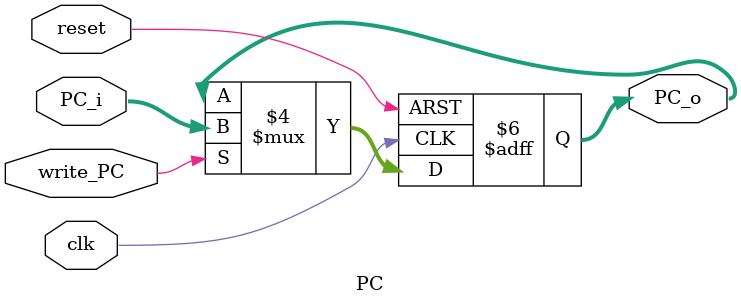
<source format=v>
module PC(
			input clk,
			input reset,
			input write_PC,
			input [31:0] PC_i,
			output reg [31:0] PC_o
			);
	
	always@(negedge clk or negedge reset)
		begin
		if(!reset)
			begin
			PC_o <= 32'h0000_0000;
			end
		else if(write_PC)
			begin
			PC_o <= PC_i;
			end
		else
			begin
			PC_o <= PC_o;
			end
		end
endmodule
</source>
